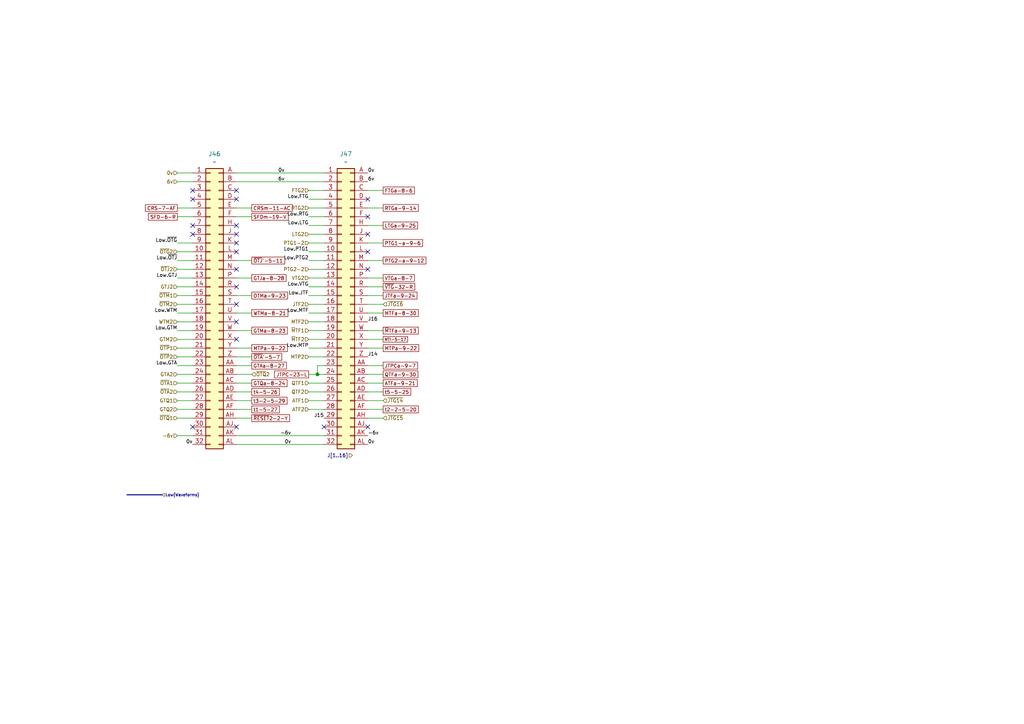
<source format=kicad_sch>
(kicad_sch (version 20211123) (generator eeschema)

  (uuid 1e891a21-cfb6-4406-92d8-b93ef32e2d83)

  (paper "A4")

  (lib_symbols
    (symbol "LSA:Conn_02x32" (pin_names (offset 1.016) hide) (in_bom yes) (on_board yes)
      (property "Reference" "J" (id 0) (at 1.27 40.64 0)
        (effects (font (size 1.27 1.27)))
      )
      (property "Value" "Conn_02x32" (id 1) (at 1.27 -43.18 0)
        (effects (font (size 1.27 1.27)))
      )
      (property "Footprint" "" (id 2) (at 0 0 0)
        (effects (font (size 1.27 1.27)) hide)
      )
      (property "Datasheet" "" (id 3) (at 0 0 0)
        (effects (font (size 1.27 1.27)) hide)
      )
      (property "ki_fp_filters" "Connector*:*_2x??_*" (id 4) (at 0 0 0)
        (effects (font (size 1.27 1.27)) hide)
      )
      (symbol "Conn_02x32_1_1"
        (rectangle (start -1.27 -40.513) (end 0 -40.767)
          (stroke (width 0.1524) (type default) (color 0 0 0 0))
          (fill (type none))
        )
        (rectangle (start -1.27 -37.973) (end 0 -38.227)
          (stroke (width 0.1524) (type default) (color 0 0 0 0))
          (fill (type none))
        )
        (rectangle (start -1.27 -35.433) (end 0 -35.687)
          (stroke (width 0.1524) (type default) (color 0 0 0 0))
          (fill (type none))
        )
        (rectangle (start -1.27 -32.893) (end 0 -33.147)
          (stroke (width 0.1524) (type default) (color 0 0 0 0))
          (fill (type none))
        )
        (rectangle (start -1.27 -30.353) (end 0 -30.607)
          (stroke (width 0.1524) (type default) (color 0 0 0 0))
          (fill (type none))
        )
        (rectangle (start -1.27 -27.813) (end 0 -28.067)
          (stroke (width 0.1524) (type default) (color 0 0 0 0))
          (fill (type none))
        )
        (rectangle (start -1.27 -25.273) (end 0 -25.527)
          (stroke (width 0.1524) (type default) (color 0 0 0 0))
          (fill (type none))
        )
        (rectangle (start -1.27 -22.733) (end 0 -22.987)
          (stroke (width 0.1524) (type default) (color 0 0 0 0))
          (fill (type none))
        )
        (rectangle (start -1.27 -20.193) (end 0 -20.447)
          (stroke (width 0.1524) (type default) (color 0 0 0 0))
          (fill (type none))
        )
        (rectangle (start -1.27 -17.653) (end 0 -17.907)
          (stroke (width 0.1524) (type default) (color 0 0 0 0))
          (fill (type none))
        )
        (rectangle (start -1.27 -15.113) (end 0 -15.367)
          (stroke (width 0.1524) (type default) (color 0 0 0 0))
          (fill (type none))
        )
        (rectangle (start -1.27 -12.573) (end 0 -12.827)
          (stroke (width 0.1524) (type default) (color 0 0 0 0))
          (fill (type none))
        )
        (rectangle (start -1.27 -10.033) (end 0 -10.287)
          (stroke (width 0.1524) (type default) (color 0 0 0 0))
          (fill (type none))
        )
        (rectangle (start -1.27 -7.493) (end 0 -7.747)
          (stroke (width 0.1524) (type default) (color 0 0 0 0))
          (fill (type none))
        )
        (rectangle (start -1.27 -4.953) (end 0 -5.207)
          (stroke (width 0.1524) (type default) (color 0 0 0 0))
          (fill (type none))
        )
        (rectangle (start -1.27 -2.413) (end 0 -2.667)
          (stroke (width 0.1524) (type default) (color 0 0 0 0))
          (fill (type none))
        )
        (rectangle (start -1.27 0.127) (end 0 -0.127)
          (stroke (width 0.1524) (type default) (color 0 0 0 0))
          (fill (type none))
        )
        (rectangle (start -1.27 2.667) (end 0 2.413)
          (stroke (width 0.1524) (type default) (color 0 0 0 0))
          (fill (type none))
        )
        (rectangle (start -1.27 5.207) (end 0 4.953)
          (stroke (width 0.1524) (type default) (color 0 0 0 0))
          (fill (type none))
        )
        (rectangle (start -1.27 7.747) (end 0 7.493)
          (stroke (width 0.1524) (type default) (color 0 0 0 0))
          (fill (type none))
        )
        (rectangle (start -1.27 10.287) (end 0 10.033)
          (stroke (width 0.1524) (type default) (color 0 0 0 0))
          (fill (type none))
        )
        (rectangle (start -1.27 12.827) (end 0 12.573)
          (stroke (width 0.1524) (type default) (color 0 0 0 0))
          (fill (type none))
        )
        (rectangle (start -1.27 15.367) (end 0 15.113)
          (stroke (width 0.1524) (type default) (color 0 0 0 0))
          (fill (type none))
        )
        (rectangle (start -1.27 17.907) (end 0 17.653)
          (stroke (width 0.1524) (type default) (color 0 0 0 0))
          (fill (type none))
        )
        (rectangle (start -1.27 20.447) (end 0 20.193)
          (stroke (width 0.1524) (type default) (color 0 0 0 0))
          (fill (type none))
        )
        (rectangle (start -1.27 22.987) (end 0 22.733)
          (stroke (width 0.1524) (type default) (color 0 0 0 0))
          (fill (type none))
        )
        (rectangle (start -1.27 25.527) (end 0 25.273)
          (stroke (width 0.1524) (type default) (color 0 0 0 0))
          (fill (type none))
        )
        (rectangle (start -1.27 28.067) (end 0 27.813)
          (stroke (width 0.1524) (type default) (color 0 0 0 0))
          (fill (type none))
        )
        (rectangle (start -1.27 30.607) (end 0 30.353)
          (stroke (width 0.1524) (type default) (color 0 0 0 0))
          (fill (type none))
        )
        (rectangle (start -1.27 33.147) (end 0 32.893)
          (stroke (width 0.1524) (type default) (color 0 0 0 0))
          (fill (type none))
        )
        (rectangle (start -1.27 35.687) (end 0 35.433)
          (stroke (width 0.1524) (type default) (color 0 0 0 0))
          (fill (type none))
        )
        (rectangle (start -1.27 38.227) (end 0 37.973)
          (stroke (width 0.1524) (type default) (color 0 0 0 0))
          (fill (type none))
        )
        (rectangle (start -1.27 39.37) (end 3.81 -41.91)
          (stroke (width 0.254) (type default) (color 0 0 0 0))
          (fill (type background))
        )
        (rectangle (start 3.81 -40.513) (end 2.54 -40.767)
          (stroke (width 0.1524) (type default) (color 0 0 0 0))
          (fill (type none))
        )
        (rectangle (start 3.81 -37.973) (end 2.54 -38.227)
          (stroke (width 0.1524) (type default) (color 0 0 0 0))
          (fill (type none))
        )
        (rectangle (start 3.81 -35.433) (end 2.54 -35.687)
          (stroke (width 0.1524) (type default) (color 0 0 0 0))
          (fill (type none))
        )
        (rectangle (start 3.81 -32.893) (end 2.54 -33.147)
          (stroke (width 0.1524) (type default) (color 0 0 0 0))
          (fill (type none))
        )
        (rectangle (start 3.81 -30.353) (end 2.54 -30.607)
          (stroke (width 0.1524) (type default) (color 0 0 0 0))
          (fill (type none))
        )
        (rectangle (start 3.81 -27.813) (end 2.54 -28.067)
          (stroke (width 0.1524) (type default) (color 0 0 0 0))
          (fill (type none))
        )
        (rectangle (start 3.81 -25.273) (end 2.54 -25.527)
          (stroke (width 0.1524) (type default) (color 0 0 0 0))
          (fill (type none))
        )
        (rectangle (start 3.81 -22.733) (end 2.54 -22.987)
          (stroke (width 0.1524) (type default) (color 0 0 0 0))
          (fill (type none))
        )
        (rectangle (start 3.81 -20.193) (end 2.54 -20.447)
          (stroke (width 0.1524) (type default) (color 0 0 0 0))
          (fill (type none))
        )
        (rectangle (start 3.81 -17.653) (end 2.54 -17.907)
          (stroke (width 0.1524) (type default) (color 0 0 0 0))
          (fill (type none))
        )
        (rectangle (start 3.81 -15.113) (end 2.54 -15.367)
          (stroke (width 0.1524) (type default) (color 0 0 0 0))
          (fill (type none))
        )
        (rectangle (start 3.81 -12.573) (end 2.54 -12.827)
          (stroke (width 0.1524) (type default) (color 0 0 0 0))
          (fill (type none))
        )
        (rectangle (start 3.81 -10.033) (end 2.54 -10.287)
          (stroke (width 0.1524) (type default) (color 0 0 0 0))
          (fill (type none))
        )
        (rectangle (start 3.81 -7.493) (end 2.54 -7.747)
          (stroke (width 0.1524) (type default) (color 0 0 0 0))
          (fill (type none))
        )
        (rectangle (start 3.81 -4.953) (end 2.54 -5.207)
          (stroke (width 0.1524) (type default) (color 0 0 0 0))
          (fill (type none))
        )
        (rectangle (start 3.81 -2.413) (end 2.54 -2.667)
          (stroke (width 0.1524) (type default) (color 0 0 0 0))
          (fill (type none))
        )
        (rectangle (start 3.81 0.127) (end 2.54 -0.127)
          (stroke (width 0.1524) (type default) (color 0 0 0 0))
          (fill (type none))
        )
        (rectangle (start 3.81 2.667) (end 2.54 2.413)
          (stroke (width 0.1524) (type default) (color 0 0 0 0))
          (fill (type none))
        )
        (rectangle (start 3.81 5.207) (end 2.54 4.953)
          (stroke (width 0.1524) (type default) (color 0 0 0 0))
          (fill (type none))
        )
        (rectangle (start 3.81 7.747) (end 2.54 7.493)
          (stroke (width 0.1524) (type default) (color 0 0 0 0))
          (fill (type none))
        )
        (rectangle (start 3.81 10.287) (end 2.54 10.033)
          (stroke (width 0.1524) (type default) (color 0 0 0 0))
          (fill (type none))
        )
        (rectangle (start 3.81 12.827) (end 2.54 12.573)
          (stroke (width 0.1524) (type default) (color 0 0 0 0))
          (fill (type none))
        )
        (rectangle (start 3.81 15.367) (end 2.54 15.113)
          (stroke (width 0.1524) (type default) (color 0 0 0 0))
          (fill (type none))
        )
        (rectangle (start 3.81 17.907) (end 2.54 17.653)
          (stroke (width 0.1524) (type default) (color 0 0 0 0))
          (fill (type none))
        )
        (rectangle (start 3.81 20.447) (end 2.54 20.193)
          (stroke (width 0.1524) (type default) (color 0 0 0 0))
          (fill (type none))
        )
        (rectangle (start 3.81 22.987) (end 2.54 22.733)
          (stroke (width 0.1524) (type default) (color 0 0 0 0))
          (fill (type none))
        )
        (rectangle (start 3.81 25.527) (end 2.54 25.273)
          (stroke (width 0.1524) (type default) (color 0 0 0 0))
          (fill (type none))
        )
        (rectangle (start 3.81 28.067) (end 2.54 27.813)
          (stroke (width 0.1524) (type default) (color 0 0 0 0))
          (fill (type none))
        )
        (rectangle (start 3.81 30.607) (end 2.54 30.353)
          (stroke (width 0.1524) (type default) (color 0 0 0 0))
          (fill (type none))
        )
        (rectangle (start 3.81 33.147) (end 2.54 32.893)
          (stroke (width 0.1524) (type default) (color 0 0 0 0))
          (fill (type none))
        )
        (rectangle (start 3.81 35.687) (end 2.54 35.433)
          (stroke (width 0.1524) (type default) (color 0 0 0 0))
          (fill (type none))
        )
        (rectangle (start 3.81 38.227) (end 2.54 37.973)
          (stroke (width 0.1524) (type default) (color 0 0 0 0))
          (fill (type none))
        )
        (pin passive line (at -5.08 38.1 0) (length 3.81)
          (name "Pin_1" (effects (font (size 1.27 1.27))))
          (number "1" (effects (font (size 1.27 1.27))))
        )
        (pin passive line (at -5.08 15.24 0) (length 3.81)
          (name "Pin_10" (effects (font (size 1.27 1.27))))
          (number "10" (effects (font (size 1.27 1.27))))
        )
        (pin passive line (at -5.08 12.7 0) (length 3.81)
          (name "Pin_11" (effects (font (size 1.27 1.27))))
          (number "11" (effects (font (size 1.27 1.27))))
        )
        (pin passive line (at -5.08 10.16 0) (length 3.81)
          (name "Pin_12" (effects (font (size 1.27 1.27))))
          (number "12" (effects (font (size 1.27 1.27))))
        )
        (pin passive line (at -5.08 7.62 0) (length 3.81)
          (name "Pin_13" (effects (font (size 1.27 1.27))))
          (number "13" (effects (font (size 1.27 1.27))))
        )
        (pin passive line (at -5.08 5.08 0) (length 3.81)
          (name "Pin_14" (effects (font (size 1.27 1.27))))
          (number "14" (effects (font (size 1.27 1.27))))
        )
        (pin passive line (at -5.08 2.54 0) (length 3.81)
          (name "Pin_15" (effects (font (size 1.27 1.27))))
          (number "15" (effects (font (size 1.27 1.27))))
        )
        (pin passive line (at -5.08 0 0) (length 3.81)
          (name "Pin_16" (effects (font (size 1.27 1.27))))
          (number "16" (effects (font (size 1.27 1.27))))
        )
        (pin passive line (at -5.08 -2.54 0) (length 3.81)
          (name "Pin_17" (effects (font (size 1.27 1.27))))
          (number "17" (effects (font (size 1.27 1.27))))
        )
        (pin passive line (at -5.08 -5.08 0) (length 3.81)
          (name "Pin_18" (effects (font (size 1.27 1.27))))
          (number "18" (effects (font (size 1.27 1.27))))
        )
        (pin passive line (at -5.08 -7.62 0) (length 3.81)
          (name "Pin_19" (effects (font (size 1.27 1.27))))
          (number "19" (effects (font (size 1.27 1.27))))
        )
        (pin passive line (at -5.08 35.56 0) (length 3.81)
          (name "Pin_2" (effects (font (size 1.27 1.27))))
          (number "2" (effects (font (size 1.27 1.27))))
        )
        (pin passive line (at -5.08 -10.16 0) (length 3.81)
          (name "Pin_20" (effects (font (size 1.27 1.27))))
          (number "20" (effects (font (size 1.27 1.27))))
        )
        (pin passive line (at -5.08 -12.7 0) (length 3.81)
          (name "Pin_21" (effects (font (size 1.27 1.27))))
          (number "21" (effects (font (size 1.27 1.27))))
        )
        (pin passive line (at -5.08 -15.24 0) (length 3.81)
          (name "Pin_22" (effects (font (size 1.27 1.27))))
          (number "22" (effects (font (size 1.27 1.27))))
        )
        (pin passive line (at -5.08 -17.78 0) (length 3.81)
          (name "Pin_23" (effects (font (size 1.27 1.27))))
          (number "23" (effects (font (size 1.27 1.27))))
        )
        (pin passive line (at -5.08 -20.32 0) (length 3.81)
          (name "Pin_24" (effects (font (size 1.27 1.27))))
          (number "24" (effects (font (size 1.27 1.27))))
        )
        (pin passive line (at -5.08 -22.86 0) (length 3.81)
          (name "Pin_25" (effects (font (size 1.27 1.27))))
          (number "25" (effects (font (size 1.27 1.27))))
        )
        (pin passive line (at -5.08 -25.4 0) (length 3.81)
          (name "Pin_26" (effects (font (size 1.27 1.27))))
          (number "26" (effects (font (size 1.27 1.27))))
        )
        (pin passive line (at -5.08 -27.94 0) (length 3.81)
          (name "Pin_27" (effects (font (size 1.27 1.27))))
          (number "27" (effects (font (size 1.27 1.27))))
        )
        (pin passive line (at -5.08 -30.48 0) (length 3.81)
          (name "Pin_28" (effects (font (size 1.27 1.27))))
          (number "28" (effects (font (size 1.27 1.27))))
        )
        (pin passive line (at -5.08 -33.02 0) (length 3.81)
          (name "Pin_29" (effects (font (size 1.27 1.27))))
          (number "29" (effects (font (size 1.27 1.27))))
        )
        (pin passive line (at -5.08 33.02 0) (length 3.81)
          (name "Pin_3" (effects (font (size 1.27 1.27))))
          (number "3" (effects (font (size 1.27 1.27))))
        )
        (pin passive line (at -5.08 -35.56 0) (length 3.81)
          (name "Pin_30" (effects (font (size 1.27 1.27))))
          (number "30" (effects (font (size 1.27 1.27))))
        )
        (pin passive line (at -5.08 -38.1 0) (length 3.81)
          (name "Pin_31" (effects (font (size 1.27 1.27))))
          (number "31" (effects (font (size 1.27 1.27))))
        )
        (pin passive line (at -5.08 -40.64 0) (length 3.81)
          (name "Pin_32" (effects (font (size 1.27 1.27))))
          (number "32" (effects (font (size 1.27 1.27))))
        )
        (pin passive line (at -5.08 30.48 0) (length 3.81)
          (name "Pin_4" (effects (font (size 1.27 1.27))))
          (number "4" (effects (font (size 1.27 1.27))))
        )
        (pin passive line (at -5.08 27.94 0) (length 3.81)
          (name "Pin_5" (effects (font (size 1.27 1.27))))
          (number "5" (effects (font (size 1.27 1.27))))
        )
        (pin passive line (at -5.08 25.4 0) (length 3.81)
          (name "Pin_6" (effects (font (size 1.27 1.27))))
          (number "6" (effects (font (size 1.27 1.27))))
        )
        (pin passive line (at -5.08 22.86 0) (length 3.81)
          (name "Pin_7" (effects (font (size 1.27 1.27))))
          (number "7" (effects (font (size 1.27 1.27))))
        )
        (pin passive line (at -5.08 20.32 0) (length 3.81)
          (name "Pin_8" (effects (font (size 1.27 1.27))))
          (number "8" (effects (font (size 1.27 1.27))))
        )
        (pin passive line (at -5.08 17.78 0) (length 3.81)
          (name "Pin_9" (effects (font (size 1.27 1.27))))
          (number "9" (effects (font (size 1.27 1.27))))
        )
        (pin passive line (at 7.62 38.1 180) (length 3.81)
          (name "Pin_A" (effects (font (size 1.27 1.27))))
          (number "A" (effects (font (size 1.27 1.27))))
        )
        (pin passive line (at 7.62 -17.78 180) (length 3.81)
          (name "Pin_AA" (effects (font (size 1.27 1.27))))
          (number "AA" (effects (font (size 1.27 1.27))))
        )
        (pin passive line (at 7.62 -20.32 180) (length 3.81)
          (name "Pin_AB" (effects (font (size 1.27 1.27))))
          (number "AB" (effects (font (size 1.27 1.27))))
        )
        (pin passive line (at 7.62 -22.86 180) (length 3.81)
          (name "Pin_AC" (effects (font (size 1.27 1.27))))
          (number "AC" (effects (font (size 1.27 1.27))))
        )
        (pin passive line (at 7.62 -25.4 180) (length 3.81)
          (name "Pin_AD" (effects (font (size 1.27 1.27))))
          (number "AD" (effects (font (size 1.27 1.27))))
        )
        (pin passive line (at 7.62 -27.94 180) (length 3.81)
          (name "Pin_AE" (effects (font (size 1.27 1.27))))
          (number "AE" (effects (font (size 1.27 1.27))))
        )
        (pin passive line (at 7.62 -30.48 180) (length 3.81)
          (name "Pin_AF" (effects (font (size 1.27 1.27))))
          (number "AF" (effects (font (size 1.27 1.27))))
        )
        (pin passive line (at 7.62 -33.02 180) (length 3.81)
          (name "Pin_AH" (effects (font (size 1.27 1.27))))
          (number "AH" (effects (font (size 1.27 1.27))))
        )
        (pin passive line (at 7.62 -35.56 180) (length 3.81)
          (name "Pin_AJ" (effects (font (size 1.27 1.27))))
          (number "AJ" (effects (font (size 1.27 1.27))))
        )
        (pin passive line (at 7.62 -38.1 180) (length 3.81)
          (name "Pin_AK" (effects (font (size 1.27 1.27))))
          (number "AK" (effects (font (size 1.27 1.27))))
        )
        (pin passive line (at 7.62 -40.64 180) (length 3.81)
          (name "Pin_AL" (effects (font (size 1.27 1.27))))
          (number "AL" (effects (font (size 1.27 1.27))))
        )
        (pin passive line (at 7.62 35.56 180) (length 3.81)
          (name "Pin_B" (effects (font (size 1.27 1.27))))
          (number "B" (effects (font (size 1.27 1.27))))
        )
        (pin passive line (at 7.62 33.02 180) (length 3.81)
          (name "Pin_C" (effects (font (size 1.27 1.27))))
          (number "C" (effects (font (size 1.27 1.27))))
        )
        (pin passive line (at 7.62 30.48 180) (length 3.81)
          (name "Pin_D" (effects (font (size 1.27 1.27))))
          (number "D" (effects (font (size 1.27 1.27))))
        )
        (pin passive line (at 7.62 27.94 180) (length 3.81)
          (name "Pin_E" (effects (font (size 1.27 1.27))))
          (number "E" (effects (font (size 1.27 1.27))))
        )
        (pin passive line (at 7.62 25.4 180) (length 3.81)
          (name "Pin_F" (effects (font (size 1.27 1.27))))
          (number "F" (effects (font (size 1.27 1.27))))
        )
        (pin passive line (at 7.62 22.86 180) (length 3.81)
          (name "Pin_H" (effects (font (size 1.27 1.27))))
          (number "H" (effects (font (size 1.27 1.27))))
        )
        (pin passive line (at 7.62 20.32 180) (length 3.81)
          (name "Pin_J" (effects (font (size 1.27 1.27))))
          (number "J" (effects (font (size 1.27 1.27))))
        )
        (pin passive line (at 7.62 17.78 180) (length 3.81)
          (name "Pin_K" (effects (font (size 1.27 1.27))))
          (number "K" (effects (font (size 1.27 1.27))))
        )
        (pin passive line (at 7.62 15.24 180) (length 3.81)
          (name "Pin_L" (effects (font (size 1.27 1.27))))
          (number "L" (effects (font (size 1.27 1.27))))
        )
        (pin passive line (at 7.62 12.7 180) (length 3.81)
          (name "Pin_M" (effects (font (size 1.27 1.27))))
          (number "M" (effects (font (size 1.27 1.27))))
        )
        (pin passive line (at 7.62 10.16 180) (length 3.81)
          (name "Pin_N" (effects (font (size 1.27 1.27))))
          (number "N" (effects (font (size 1.27 1.27))))
        )
        (pin passive line (at 7.62 7.62 180) (length 3.81)
          (name "Pin_P" (effects (font (size 1.27 1.27))))
          (number "P" (effects (font (size 1.27 1.27))))
        )
        (pin passive line (at 7.62 5.08 180) (length 3.81)
          (name "Pin_R" (effects (font (size 1.27 1.27))))
          (number "R" (effects (font (size 1.27 1.27))))
        )
        (pin passive line (at 7.62 2.54 180) (length 3.81)
          (name "Pin_S" (effects (font (size 1.27 1.27))))
          (number "S" (effects (font (size 1.27 1.27))))
        )
        (pin passive line (at 7.62 0 180) (length 3.81)
          (name "Pin_T" (effects (font (size 1.27 1.27))))
          (number "T" (effects (font (size 1.27 1.27))))
        )
        (pin passive line (at 7.62 -2.54 180) (length 3.81)
          (name "Pin_U" (effects (font (size 1.27 1.27))))
          (number "U" (effects (font (size 1.27 1.27))))
        )
        (pin passive line (at 7.62 -5.08 180) (length 3.81)
          (name "Pin_V" (effects (font (size 1.27 1.27))))
          (number "V" (effects (font (size 1.27 1.27))))
        )
        (pin passive line (at 7.62 -7.62 180) (length 3.81)
          (name "Pin_W" (effects (font (size 1.27 1.27))))
          (number "W" (effects (font (size 1.27 1.27))))
        )
        (pin passive line (at 7.62 -10.16 180) (length 3.81)
          (name "Pin_X" (effects (font (size 1.27 1.27))))
          (number "X" (effects (font (size 1.27 1.27))))
        )
        (pin passive line (at 7.62 -12.7 180) (length 3.81)
          (name "Pin_Y" (effects (font (size 1.27 1.27))))
          (number "Y" (effects (font (size 1.27 1.27))))
        )
        (pin passive line (at 7.62 -15.24 180) (length 3.81)
          (name "Pin_Z" (effects (font (size 1.27 1.27))))
          (number "Z" (effects (font (size 1.27 1.27))))
        )
      )
    )
  )


  (junction (at 92.075 108.585) (diameter 0) (color 0 0 0 0)
    (uuid 8c413b35-c3d0-4c77-97aa-343a26ca47b6)
  )

  (no_connect (at 55.88 123.825) (uuid 0d42f3d4-022c-49d6-a416-79010055805c))
  (no_connect (at 106.68 123.825) (uuid 0fe9aa24-7db0-4ad1-a12a-8e63b82f62a2))
  (no_connect (at 106.68 62.865) (uuid 12beb8c0-8168-4246-9940-f82b06543638))
  (no_connect (at 68.58 57.785) (uuid 1386a4dc-0e33-4181-a889-1cadbef2805b))
  (no_connect (at 106.68 78.105) (uuid 187cd5a5-9512-4515-8c2a-833a5b43b005))
  (no_connect (at 68.58 78.105) (uuid 1ac77d35-0536-4b56-be79-b30825937076))
  (no_connect (at 106.68 67.945) (uuid 1ba60f0d-4856-4ca3-ae5a-d6b81f655482))
  (no_connect (at 68.58 65.405) (uuid 1e33172d-457b-4eb8-a87a-4bc0d1ef65af))
  (no_connect (at 106.68 57.785) (uuid 2500e0d2-9cd4-4886-b8a1-61fd0193a762))
  (no_connect (at 68.58 55.245) (uuid 3ddeedaa-6e48-4b28-8ff3-8c8f2b64263b))
  (no_connect (at 68.58 73.025) (uuid 51f5ae37-9760-4f7c-9396-37865f354e9d))
  (no_connect (at 68.58 98.425) (uuid 51fbc0d8-69ab-4a87-8aab-d2f27ceb779b))
  (no_connect (at 55.88 57.785) (uuid 58c8a9e2-2131-4d09-a1e5-a71abe1b443c))
  (no_connect (at 68.58 67.945) (uuid 62553ea6-98fd-4af1-9765-2a297a9215d5))
  (no_connect (at 55.88 65.405) (uuid 64c5b921-e052-4f11-b089-b6072f5f04f3))
  (no_connect (at 55.88 55.245) (uuid 68b56127-1cf3-4439-954b-b812cbfe1989))
  (no_connect (at 93.98 123.825) (uuid 690bd49e-9e82-4cdc-a6cf-3e8e31ab0ad4))
  (no_connect (at 68.58 93.345) (uuid 6f22bae7-66c2-4298-9c38-d2b46ce1e6fc))
  (no_connect (at 68.58 88.265) (uuid 9a898909-5cdc-4575-924b-f8514eccc096))
  (no_connect (at 55.88 67.945) (uuid a02e40eb-884c-4498-92ca-50a39600f62f))
  (no_connect (at 68.58 123.825) (uuid a53e002d-630f-4498-baa1-3031e533e16d))
  (no_connect (at 106.68 73.025) (uuid ba95e5b0-dcfe-4586-8ccf-f54d3c8b5a08))
  (no_connect (at 68.58 83.185) (uuid c5b98393-54dc-42ac-8cea-72894735964a))
  (no_connect (at 68.58 70.485) (uuid e94db74f-b159-4d46-93ad-98a9300b82b0))

  (wire (pts (xy 92.075 108.585) (xy 89.535 108.585))
    (stroke (width 0) (type default) (color 0 0 0 0))
    (uuid 02ccc927-c008-4ffd-9b30-43109dfa0fe7)
  )
  (wire (pts (xy 111.125 85.725) (xy 106.68 85.725))
    (stroke (width 0) (type default) (color 0 0 0 0))
    (uuid 04143e60-ac06-4363-bc57-8e4b63752fba)
  )
  (wire (pts (xy 111.125 113.665) (xy 106.68 113.665))
    (stroke (width 0) (type default) (color 0 0 0 0))
    (uuid 0797825e-cad1-458e-9d03-46fcb39f90a5)
  )
  (wire (pts (xy 55.88 90.805) (xy 51.435 90.805))
    (stroke (width 0) (type default) (color 0 0 0 0))
    (uuid 07bd7fae-f4db-42c1-96e4-78435971182b)
  )
  (wire (pts (xy 51.435 88.265) (xy 55.88 88.265))
    (stroke (width 0) (type default) (color 0 0 0 0))
    (uuid 0c60c6f5-53ae-4950-a12c-93d00c3565d1)
  )
  (wire (pts (xy 68.58 95.885) (xy 73.025 95.885))
    (stroke (width 0) (type default) (color 0 0 0 0))
    (uuid 164731d3-c26e-4702-8714-ad04436ac9d1)
  )
  (wire (pts (xy 111.125 98.425) (xy 106.68 98.425))
    (stroke (width 0) (type default) (color 0 0 0 0))
    (uuid 1674bec9-51de-4cfc-b8f3-56dd5927fdf5)
  )
  (wire (pts (xy 89.535 85.725) (xy 93.98 85.725))
    (stroke (width 0) (type default) (color 0 0 0 0))
    (uuid 1b68790c-0161-4f02-8407-f2c486a86cb4)
  )
  (wire (pts (xy 106.68 106.045) (xy 111.125 106.045))
    (stroke (width 0) (type default) (color 0 0 0 0))
    (uuid 1e1eb8e0-71df-4f8b-b05a-0b5aa69d9139)
  )
  (wire (pts (xy 111.125 108.585) (xy 106.68 108.585))
    (stroke (width 0) (type default) (color 0 0 0 0))
    (uuid 1ec04a46-0944-4e2f-aa12-3b7f3177f14c)
  )
  (wire (pts (xy 93.98 116.205) (xy 89.535 116.205))
    (stroke (width 0) (type default) (color 0 0 0 0))
    (uuid 2168839b-cbc5-4ae2-857f-315ee241127d)
  )
  (wire (pts (xy 92.075 106.045) (xy 92.075 108.585))
    (stroke (width 0) (type default) (color 0 0 0 0))
    (uuid 2290f1a9-8659-4b14-96f8-456b0153ad49)
  )
  (wire (pts (xy 68.58 121.285) (xy 73.025 121.285))
    (stroke (width 0) (type default) (color 0 0 0 0))
    (uuid 2363df85-bb25-4585-b0a5-a0d1bd82aad0)
  )
  (wire (pts (xy 73.025 62.865) (xy 68.58 62.865))
    (stroke (width 0) (type default) (color 0 0 0 0))
    (uuid 27f56d9c-c40a-4b27-850d-739cefeb23ca)
  )
  (wire (pts (xy 68.58 75.565) (xy 73.025 75.565))
    (stroke (width 0) (type default) (color 0 0 0 0))
    (uuid 2907aca5-cd98-4b3e-b0fe-b35b0efc819e)
  )
  (wire (pts (xy 106.68 95.885) (xy 111.125 95.885))
    (stroke (width 0) (type default) (color 0 0 0 0))
    (uuid 29c16b14-cf89-40e7-89ca-349004594d27)
  )
  (wire (pts (xy 51.435 93.345) (xy 55.88 93.345))
    (stroke (width 0) (type default) (color 0 0 0 0))
    (uuid 2c6179f7-739e-43b7-a674-186dcc847dca)
  )
  (wire (pts (xy 55.88 85.725) (xy 51.435 85.725))
    (stroke (width 0) (type default) (color 0 0 0 0))
    (uuid 2d0397c8-a42a-4a9e-a7ae-a8c6e5751a2c)
  )
  (wire (pts (xy 68.58 50.165) (xy 93.98 50.165))
    (stroke (width 0) (type default) (color 0 0 0 0))
    (uuid 2e3312a7-a38e-414a-a71b-dc27cb133fad)
  )
  (wire (pts (xy 111.125 88.265) (xy 106.68 88.265))
    (stroke (width 0) (type default) (color 0 0 0 0))
    (uuid 2eb48581-169b-4dae-b824-863f407ea621)
  )
  (wire (pts (xy 89.535 90.805) (xy 93.98 90.805))
    (stroke (width 0) (type default) (color 0 0 0 0))
    (uuid 36ac41ac-da72-4972-b9aa-a33981d3937f)
  )
  (wire (pts (xy 73.025 118.745) (xy 68.58 118.745))
    (stroke (width 0) (type default) (color 0 0 0 0))
    (uuid 387964a0-fcc6-4c35-8974-f564717f38c0)
  )
  (wire (pts (xy 51.435 113.665) (xy 55.88 113.665))
    (stroke (width 0) (type default) (color 0 0 0 0))
    (uuid 3b096577-6593-4ffc-bd8a-ba15c81c34b2)
  )
  (wire (pts (xy 93.98 106.045) (xy 92.075 106.045))
    (stroke (width 0) (type default) (color 0 0 0 0))
    (uuid 3c9299fe-db37-4d1a-a537-d92ad34faa9e)
  )
  (wire (pts (xy 55.88 50.165) (xy 51.435 50.165))
    (stroke (width 0) (type default) (color 0 0 0 0))
    (uuid 3d232356-d50e-4fd6-843a-82c7767607e3)
  )
  (wire (pts (xy 68.58 126.365) (xy 93.98 126.365))
    (stroke (width 0) (type default) (color 0 0 0 0))
    (uuid 43a61843-466d-4270-9130-7b140a7f3702)
  )
  (wire (pts (xy 51.435 98.425) (xy 55.88 98.425))
    (stroke (width 0) (type default) (color 0 0 0 0))
    (uuid 4554fdf7-71b5-4976-8f5e-312a619297c5)
  )
  (wire (pts (xy 93.98 57.785) (xy 89.535 57.785))
    (stroke (width 0) (type default) (color 0 0 0 0))
    (uuid 4584fce1-43d7-47fd-9f54-a50835cc6232)
  )
  (wire (pts (xy 68.58 111.125) (xy 73.025 111.125))
    (stroke (width 0) (type default) (color 0 0 0 0))
    (uuid 46c38208-b821-4a81-a29b-812dbe915634)
  )
  (wire (pts (xy 55.88 100.965) (xy 51.435 100.965))
    (stroke (width 0) (type default) (color 0 0 0 0))
    (uuid 47db5b9f-6f82-4ea9-b73f-7de951925296)
  )
  (wire (pts (xy 68.58 52.705) (xy 93.98 52.705))
    (stroke (width 0) (type default) (color 0 0 0 0))
    (uuid 48e2ea93-9218-4a3e-9976-643f029a163c)
  )
  (wire (pts (xy 51.435 78.105) (xy 55.88 78.105))
    (stroke (width 0) (type default) (color 0 0 0 0))
    (uuid 4924b900-fdeb-4d97-be48-862a10937fba)
  )
  (wire (pts (xy 51.435 126.365) (xy 55.88 126.365))
    (stroke (width 0) (type default) (color 0 0 0 0))
    (uuid 4c09d961-a087-4b32-bcd4-e314d7350f67)
  )
  (wire (pts (xy 55.88 106.045) (xy 51.435 106.045))
    (stroke (width 0) (type default) (color 0 0 0 0))
    (uuid 4f28196e-e2f7-4d2f-89bb-3aee0037de42)
  )
  (wire (pts (xy 55.88 116.205) (xy 51.435 116.205))
    (stroke (width 0) (type default) (color 0 0 0 0))
    (uuid 52fe3e50-6967-43a6-bf5f-403ace5a1d23)
  )
  (wire (pts (xy 111.125 90.805) (xy 106.68 90.805))
    (stroke (width 0) (type default) (color 0 0 0 0))
    (uuid 55520e34-3603-487c-8ee8-da6e8759cbb2)
  )
  (wire (pts (xy 51.435 60.325) (xy 55.88 60.325))
    (stroke (width 0) (type default) (color 0 0 0 0))
    (uuid 571f1d0d-9494-4a45-b371-fc36fe5de2e8)
  )
  (wire (pts (xy 55.88 62.865) (xy 51.435 62.865))
    (stroke (width 0) (type default) (color 0 0 0 0))
    (uuid 58026f5a-6877-45fd-84f6-2cb94cf33f61)
  )
  (wire (pts (xy 106.68 80.645) (xy 111.125 80.645))
    (stroke (width 0) (type default) (color 0 0 0 0))
    (uuid 5846611b-a70a-4963-ae72-18dc38a80588)
  )
  (wire (pts (xy 93.98 108.585) (xy 92.075 108.585))
    (stroke (width 0) (type default) (color 0 0 0 0))
    (uuid 5db17126-e5ee-4d16-93d0-e765a908e93f)
  )
  (wire (pts (xy 68.58 128.905) (xy 93.98 128.905))
    (stroke (width 0) (type default) (color 0 0 0 0))
    (uuid 5e56c923-bf1c-4646-b338-a4e37e086202)
  )
  (wire (pts (xy 106.68 118.745) (xy 111.125 118.745))
    (stroke (width 0) (type default) (color 0 0 0 0))
    (uuid 62b4318d-598e-4b53-9945-547981fa4943)
  )
  (wire (pts (xy 106.68 111.125) (xy 111.125 111.125))
    (stroke (width 0) (type default) (color 0 0 0 0))
    (uuid 69b862b9-db2f-4e9e-a2e3-1cc402606472)
  )
  (wire (pts (xy 68.58 116.205) (xy 73.025 116.205))
    (stroke (width 0) (type default) (color 0 0 0 0))
    (uuid 6bcf2cb3-ec3a-4367-ba4a-2af3edeec08a)
  )
  (wire (pts (xy 111.125 70.485) (xy 106.68 70.485))
    (stroke (width 0) (type default) (color 0 0 0 0))
    (uuid 6cb37692-0da4-40ee-a06c-aaafe51f6f65)
  )
  (wire (pts (xy 51.435 83.185) (xy 55.88 83.185))
    (stroke (width 0) (type default) (color 0 0 0 0))
    (uuid 6cbf2b60-b6a2-4ca6-86bd-151ba8141a56)
  )
  (bus (pts (xy 36.83 143.51) (xy 46.99 143.51))
    (stroke (width 0) (type default) (color 0 0 0 0))
    (uuid 6da82e0f-7502-41be-aba3-1657a9fd64de)
  )

  (wire (pts (xy 55.88 73.025) (xy 51.435 73.025))
    (stroke (width 0) (type default) (color 0 0 0 0))
    (uuid 6ebc09b6-48cc-43cd-9a7a-85dc44e52fc3)
  )
  (wire (pts (xy 111.125 60.325) (xy 106.68 60.325))
    (stroke (width 0) (type default) (color 0 0 0 0))
    (uuid 7623cc3f-6218-4025-9446-98ff5853f4df)
  )
  (wire (pts (xy 89.535 100.965) (xy 93.98 100.965))
    (stroke (width 0) (type default) (color 0 0 0 0))
    (uuid 7843dd04-ef48-486c-a083-6649fa660143)
  )
  (wire (pts (xy 89.535 70.485) (xy 93.98 70.485))
    (stroke (width 0) (type default) (color 0 0 0 0))
    (uuid 802b17aa-a7d9-42fb-9388-37cf4f552f0d)
  )
  (wire (pts (xy 51.435 121.285) (xy 55.88 121.285))
    (stroke (width 0) (type default) (color 0 0 0 0))
    (uuid 87cb3e1f-b5c7-4739-85f5-91b8d9647aa8)
  )
  (wire (pts (xy 73.025 108.585) (xy 68.58 108.585))
    (stroke (width 0) (type default) (color 0 0 0 0))
    (uuid 891cd64d-960c-4db2-9644-9b54f5a001d7)
  )
  (wire (pts (xy 55.88 95.885) (xy 51.435 95.885))
    (stroke (width 0) (type default) (color 0 0 0 0))
    (uuid 89d906d3-7fd5-460a-b556-5af7405d2029)
  )
  (wire (pts (xy 68.58 85.725) (xy 73.025 85.725))
    (stroke (width 0) (type default) (color 0 0 0 0))
    (uuid 8aa6e900-ddf3-4ebc-bc7d-6927ee279db4)
  )
  (wire (pts (xy 89.535 95.885) (xy 93.98 95.885))
    (stroke (width 0) (type default) (color 0 0 0 0))
    (uuid 8d4669e9-59a9-4db0-9779-35b053a2a584)
  )
  (wire (pts (xy 93.98 103.505) (xy 89.535 103.505))
    (stroke (width 0) (type default) (color 0 0 0 0))
    (uuid 8e270e18-a3b7-4fd8-90a4-cbacbe6d7f46)
  )
  (wire (pts (xy 51.435 70.485) (xy 55.88 70.485))
    (stroke (width 0) (type default) (color 0 0 0 0))
    (uuid 8fb35277-2d04-4b2a-b7c4-eaee47706f6f)
  )
  (wire (pts (xy 106.68 100.965) (xy 111.125 100.965))
    (stroke (width 0) (type default) (color 0 0 0 0))
    (uuid 9306a54c-d38f-4411-b4e0-ca175b602069)
  )
  (wire (pts (xy 89.535 65.405) (xy 93.98 65.405))
    (stroke (width 0) (type default) (color 0 0 0 0))
    (uuid 93dfcc2c-c1c8-4b16-92fb-791ed483d32f)
  )
  (wire (pts (xy 73.025 113.665) (xy 68.58 113.665))
    (stroke (width 0) (type default) (color 0 0 0 0))
    (uuid 95690a11-a3b5-412d-93df-20a765c4d1d4)
  )
  (wire (pts (xy 73.025 80.645) (xy 68.58 80.645))
    (stroke (width 0) (type default) (color 0 0 0 0))
    (uuid 986aa895-c542-4be4-b4a7-484c47c3dd7a)
  )
  (wire (pts (xy 55.88 80.645) (xy 51.435 80.645))
    (stroke (width 0) (type default) (color 0 0 0 0))
    (uuid 9e7b78f0-9901-413d-ae3e-a1305cc36253)
  )
  (wire (pts (xy 93.98 83.185) (xy 89.535 83.185))
    (stroke (width 0) (type default) (color 0 0 0 0))
    (uuid a310260e-a376-4050-86b1-f62efd344555)
  )
  (wire (pts (xy 93.98 67.945) (xy 89.535 67.945))
    (stroke (width 0) (type default) (color 0 0 0 0))
    (uuid a5fe2130-be18-4d39-a754-4ee99e04bbcb)
  )
  (wire (pts (xy 89.535 111.125) (xy 93.98 111.125))
    (stroke (width 0) (type default) (color 0 0 0 0))
    (uuid a839dcd9-6c9c-4aca-8f4a-efa8e039a589)
  )
  (wire (pts (xy 106.68 121.285) (xy 111.125 121.285))
    (stroke (width 0) (type default) (color 0 0 0 0))
    (uuid afa2e55e-bb93-4963-a3b6-082e8be66231)
  )
  (wire (pts (xy 111.125 83.185) (xy 106.68 83.185))
    (stroke (width 0) (type default) (color 0 0 0 0))
    (uuid b0d12d63-f8f2-4477-9f86-2c1fc724ca3f)
  )
  (wire (pts (xy 51.435 118.745) (xy 55.88 118.745))
    (stroke (width 0) (type default) (color 0 0 0 0))
    (uuid b27cb7c1-b576-486e-9c75-1e6992635d96)
  )
  (wire (pts (xy 93.98 93.345) (xy 89.535 93.345))
    (stroke (width 0) (type default) (color 0 0 0 0))
    (uuid b2dd419b-579a-4b80-9ed0-1a4883c1273c)
  )
  (wire (pts (xy 68.58 103.505) (xy 73.025 103.505))
    (stroke (width 0) (type default) (color 0 0 0 0))
    (uuid b6b78fbe-18d7-4145-ab81-214eef4e83a0)
  )
  (wire (pts (xy 111.125 116.205) (xy 106.68 116.205))
    (stroke (width 0) (type default) (color 0 0 0 0))
    (uuid b7e6a86e-d063-4212-aba7-09708e37c241)
  )
  (wire (pts (xy 89.535 60.325) (xy 93.98 60.325))
    (stroke (width 0) (type default) (color 0 0 0 0))
    (uuid bb7bad0b-e628-4462-a427-77c803d06a19)
  )
  (wire (pts (xy 93.98 62.865) (xy 89.535 62.865))
    (stroke (width 0) (type default) (color 0 0 0 0))
    (uuid bc96fd38-ffca-4419-9f4c-3d117ebe2968)
  )
  (wire (pts (xy 93.98 73.025) (xy 89.535 73.025))
    (stroke (width 0) (type default) (color 0 0 0 0))
    (uuid bf7d0a5d-d2a4-4b8f-a32b-fca16b9994d1)
  )
  (wire (pts (xy 106.68 75.565) (xy 111.125 75.565))
    (stroke (width 0) (type default) (color 0 0 0 0))
    (uuid c13f9e69-3a9f-49a3-866d-63cae4039c4c)
  )
  (wire (pts (xy 106.68 55.245) (xy 111.125 55.245))
    (stroke (width 0) (type default) (color 0 0 0 0))
    (uuid c41fbf14-ba02-487d-b621-50ec21e1dea7)
  )
  (wire (pts (xy 93.98 78.105) (xy 89.535 78.105))
    (stroke (width 0) (type default) (color 0 0 0 0))
    (uuid c7333d42-684c-4691-97c7-c1d39df110eb)
  )
  (wire (pts (xy 93.98 98.425) (xy 89.535 98.425))
    (stroke (width 0) (type default) (color 0 0 0 0))
    (uuid c80e09da-72ce-4c69-9163-e418486465ce)
  )
  (wire (pts (xy 89.535 80.645) (xy 93.98 80.645))
    (stroke (width 0) (type default) (color 0 0 0 0))
    (uuid ca1cc90e-90d3-42e6-87dc-eadb4b083659)
  )
  (wire (pts (xy 73.025 90.805) (xy 68.58 90.805))
    (stroke (width 0) (type default) (color 0 0 0 0))
    (uuid d0782527-4858-4d71-919c-8dc255c27d4e)
  )
  (wire (pts (xy 73.025 106.045) (xy 68.58 106.045))
    (stroke (width 0) (type default) (color 0 0 0 0))
    (uuid d620082e-cd62-4c0a-a0fd-3637d56d6623)
  )
  (wire (pts (xy 51.435 75.565) (xy 55.88 75.565))
    (stroke (width 0) (type default) (color 0 0 0 0))
    (uuid d7eba6b7-c5de-4d7b-a48c-bf40c43275a2)
  )
  (wire (pts (xy 51.435 108.585) (xy 55.88 108.585))
    (stroke (width 0) (type default) (color 0 0 0 0))
    (uuid d863b19d-2c48-463a-a63c-9afbcd298945)
  )
  (wire (pts (xy 89.535 75.565) (xy 93.98 75.565))
    (stroke (width 0) (type default) (color 0 0 0 0))
    (uuid dbc2a728-da1b-4d73-8008-917d53daf91b)
  )
  (wire (pts (xy 89.535 118.745) (xy 93.98 118.745))
    (stroke (width 0) (type default) (color 0 0 0 0))
    (uuid e16be3ab-4ba2-4422-976f-3e4cb412b3ad)
  )
  (wire (pts (xy 51.435 52.705) (xy 55.88 52.705))
    (stroke (width 0) (type default) (color 0 0 0 0))
    (uuid e2f01741-5976-443f-83a9-4676ea70884a)
  )
  (wire (pts (xy 73.025 100.965) (xy 68.58 100.965))
    (stroke (width 0) (type default) (color 0 0 0 0))
    (uuid e7e3e01d-e3ce-498e-82eb-4323d8b4d964)
  )
  (wire (pts (xy 68.58 60.325) (xy 73.025 60.325))
    (stroke (width 0) (type default) (color 0 0 0 0))
    (uuid eb07674d-e7d5-4618-a50f-36509866516a)
  )
  (wire (pts (xy 89.535 55.245) (xy 93.98 55.245))
    (stroke (width 0) (type default) (color 0 0 0 0))
    (uuid f0ac9cb4-e9e3-44a1-84a0-8ebb2343de75)
  )
  (wire (pts (xy 106.68 65.405) (xy 111.125 65.405))
    (stroke (width 0) (type default) (color 0 0 0 0))
    (uuid f3be47b1-37ee-4b34-b129-199cbb403d98)
  )
  (wire (pts (xy 89.535 113.665) (xy 93.98 113.665))
    (stroke (width 0) (type default) (color 0 0 0 0))
    (uuid f51e035f-6c57-474e-af7f-209c6d22fd5b)
  )
  (wire (pts (xy 55.88 111.125) (xy 51.435 111.125))
    (stroke (width 0) (type default) (color 0 0 0 0))
    (uuid f6e568d8-1ee2-4933-b25f-989d48cde91e)
  )
  (wire (pts (xy 51.435 103.505) (xy 55.88 103.505))
    (stroke (width 0) (type default) (color 0 0 0 0))
    (uuid fd01a394-768c-4a7b-8c7f-9855e3563d22)
  )
  (wire (pts (xy 93.98 88.265) (xy 89.535 88.265))
    (stroke (width 0) (type default) (color 0 0 0 0))
    (uuid fea76f0a-de13-41b1-80d3-f2f3dc87c988)
  )

  (label "0v" (at 84.455 128.905 180)
    (effects (font (size 1.016 1.016)) (justify right bottom))
    (uuid 0cfd645f-d378-4644-ad0e-27c0750c728e)
  )
  (label "Low.WTM" (at 51.435 90.805 180)
    (effects (font (size 1.016 1.016)) (justify right bottom))
    (uuid 156f1ee6-804a-4d0d-bf7f-60dd723782b9)
  )
  (label "6v" (at 106.68 52.705 0)
    (effects (font (size 1.016 1.016)) (justify left bottom))
    (uuid 1a51a358-00f3-4b77-af1d-d7e8374a0d48)
  )
  (label "Low.GTA" (at 51.435 106.045 180)
    (effects (font (size 1.016 1.016)) (justify right bottom))
    (uuid 1c5445f4-c837-45d4-9152-8f0b98bd2c80)
  )
  (label "Low.~{OTJ}" (at 51.435 75.565 180)
    (effects (font (size 1.016 1.016)) (justify right bottom))
    (uuid 204539a9-04e9-4aef-87d4-b6f9c58dcfb0)
  )
  (label "Low.RTG" (at 89.535 62.865 180)
    (effects (font (size 1.016 1.016)) (justify right bottom))
    (uuid 2d6db6f5-cbbe-45e7-bf00-57bc0a681b29)
  )
  (label "0v" (at 106.68 50.165 0)
    (effects (font (size 1.016 1.016)) (justify left bottom))
    (uuid 2f6b0970-bf5e-4a40-b480-79d59ad7bc99)
  )
  (label "J14" (at 106.68 103.505 0)
    (effects (font (size 1.016 1.016)) (justify left bottom))
    (uuid 30279d75-7bf8-4577-8157-af9c5627ca38)
  )
  (label "Low.VTG" (at 89.535 83.185 180)
    (effects (font (size 1.016 1.016)) (justify right bottom))
    (uuid 32af843c-3bdb-43bb-a059-11b1f55b4015)
  )
  (label "Low.GTJ" (at 51.435 80.645 180)
    (effects (font (size 1.016 1.016)) (justify right bottom))
    (uuid 3b56a78d-f160-4275-be49-bb0899395b7a)
  )
  (label "-6v" (at 106.68 126.365 0)
    (effects (font (size 1.016 1.016)) (justify left bottom))
    (uuid 3be74bc8-2bd3-41b5-9a73-1f0ceb362ec2)
  )
  (label "Low.PTG2" (at 89.535 75.565 180)
    (effects (font (size 1.016 1.016)) (justify right bottom))
    (uuid 418feee5-cbe4-4886-8512-d0d59d0fc720)
  )
  (label "Low.PTG1" (at 89.535 73.025 180)
    (effects (font (size 1.016 1.016)) (justify right bottom))
    (uuid 47763b1d-69a4-417c-b387-0415556b61dc)
  )
  (label "Low.MTP" (at 89.535 100.965 180)
    (effects (font (size 1.016 1.016)) (justify right bottom))
    (uuid 4f393923-d031-45a5-97c3-327dddad5e65)
  )
  (label "0v" (at 55.88 128.905 180)
    (effects (font (size 1.016 1.016)) (justify right bottom))
    (uuid 4f98f30e-3606-4145-84a7-544ed91c66d2)
  )
  (label "Low.LTG" (at 89.535 65.405 180)
    (effects (font (size 1.016 1.016)) (justify right bottom))
    (uuid 540093d9-a7bd-4c38-a66b-022f3c2de176)
  )
  (label "Low.~{OTG}" (at 51.435 70.485 180)
    (effects (font (size 1.016 1.016)) (justify right bottom))
    (uuid 586817fb-8482-48c2-87a2-c8f8a6105772)
  )
  (label "0v" (at 80.645 50.165 0)
    (effects (font (size 1.016 1.016)) (justify left bottom))
    (uuid 64610e27-dfb4-4b24-bdd4-566b1a223de3)
  )
  (label "6v" (at 80.645 52.705 0)
    (effects (font (size 1.016 1.016)) (justify left bottom))
    (uuid 81473260-6d11-4c17-ab8d-a5d827008bcf)
  )
  (label "J16" (at 106.68 93.345 0)
    (effects (font (size 1.016 1.016)) (justify left bottom))
    (uuid 885a5bb0-9113-4539-9422-8e72f40144fb)
  )
  (label "Low.JTF" (at 89.535 85.725 180)
    (effects (font (size 1.016 1.016)) (justify right bottom))
    (uuid 8a64da9b-eb8e-40dc-95bc-3dbb03b1eb05)
  )
  (label "-6v" (at 81.28 126.365 0)
    (effects (font (size 1.016 1.016)) (justify left bottom))
    (uuid 9c382ea2-f573-4e1e-ab6b-885bf59ad146)
  )
  (label "Low.MTF" (at 89.535 90.805 180)
    (effects (font (size 1.016 1.016)) (justify right bottom))
    (uuid bfbce97a-626e-48f4-b060-52a72f7b99f4)
  )
  (label "Low.GTM" (at 51.435 95.885 180)
    (effects (font (size 1.016 1.016)) (justify right bottom))
    (uuid cb5a4899-8d1b-474c-9954-b787d8b63545)
  )
  (label "0v" (at 106.68 128.905 0)
    (effects (font (size 1.016 1.016)) (justify left bottom))
    (uuid d3377ebf-2e9e-4b73-89b2-32845ba6ad0a)
  )
  (label "J15" (at 93.98 121.285 180)
    (effects (font (size 1.016 1.016)) (justify right bottom))
    (uuid d5e6d2ab-3b6b-4da3-8439-5cd9ff93ac22)
  )
  (label "Low.FTG" (at 89.535 57.785 180)
    (effects (font (size 1.016 1.016)) (justify right bottom))
    (uuid fb24db16-2d48-457e-b6fe-c4ee8c08e775)
  )

  (global_label "FTGa-8-6" (shape passive) (at 111.125 55.245 0) (fields_autoplaced)
    (effects (font (size 1.016 1.016)) (justify left))
    (uuid 0109d20b-dca8-4a49-81f0-2794291b11f2)
    (property "Intersheet References" "${INTERSHEET_REFS}" (id 0) (at 0 0 0)
      (effects (font (size 1.27 1.27)) hide)
    )
  )
  (global_label "MTPa-9-22" (shape passive) (at 111.125 100.965 0) (fields_autoplaced)
    (effects (font (size 1.016 1.016)) (justify left))
    (uuid 124b2cb0-b946-422b-9e9c-455a9d9e3d9d)
    (property "Intersheet References" "${INTERSHEET_REFS}" (id 0) (at 38.1 0 0)
      (effects (font (size 1.27 1.27)) hide)
    )
  )
  (global_label "MTI-5-17" (shape passive) (at 111.125 98.425 0) (fields_autoplaced)
    (effects (font (size 0.8128 0.8128)) (justify left))
    (uuid 12660c1a-d4c1-4ad5-8ade-7ea298efd879)
    (property "Intersheet References" "${INTERSHEET_REFS}" (id 0) (at 191.77 203.835 0)
      (effects (font (size 1.27 1.27)) hide)
    )
  )
  (global_label "SFDm-19-V" (shape passive) (at 73.025 62.865 0) (fields_autoplaced)
    (effects (font (size 1.016 1.016)) (justify left))
    (uuid 1d937545-799f-406c-9224-e85fced1cd98)
    (property "Intersheet References" "${INTERSHEET_REFS}" (id 0) (at 0 0 0)
      (effects (font (size 1.27 1.27)) hide)
    )
  )
  (global_label "MTFa-8-30" (shape passive) (at 111.125 90.805 0) (fields_autoplaced)
    (effects (font (size 1.016 1.016)) (justify left))
    (uuid 1ebd1a52-bdac-447e-9732-0739f9e35d61)
    (property "Intersheet References" "${INTERSHEET_REFS}" (id 0) (at 0 0 0)
      (effects (font (size 1.27 1.27)) hide)
    )
  )
  (global_label "GTQa-8-24" (shape passive) (at 73.025 111.125 0) (fields_autoplaced)
    (effects (font (size 1.016 1.016)) (justify left))
    (uuid 425484f8-ad18-4772-8975-2f9f14f5e7a7)
    (property "Intersheet References" "${INTERSHEET_REFS}" (id 0) (at 0 0 0)
      (effects (font (size 1.27 1.27)) hide)
    )
  )
  (global_label "JTPCa-9-7" (shape passive) (at 111.125 106.045 0) (fields_autoplaced)
    (effects (font (size 1.016 1.016)) (justify left))
    (uuid 469f3cf3-6a03-4b0f-91d6-41918a38f667)
    (property "Intersheet References" "${INTERSHEET_REFS}" (id 0) (at 0 0 0)
      (effects (font (size 1.27 1.27)) hide)
    )
  )
  (global_label "QTFa-9-30" (shape passive) (at 111.125 108.585 0) (fields_autoplaced)
    (effects (font (size 1.016 1.016)) (justify left))
    (uuid 49774535-4e7d-42a7-a37b-8be26582da84)
    (property "Intersheet References" "${INTERSHEET_REFS}" (id 0) (at 0 0 0)
      (effects (font (size 1.27 1.27)) hide)
    )
  )
  (global_label "PTG2-a-9-12" (shape passive) (at 111.125 75.565 0) (fields_autoplaced)
    (effects (font (size 1.016 1.016)) (justify left))
    (uuid 53bfd88b-0746-41f8-ab27-9c03f572ab5f)
    (property "Intersheet References" "${INTERSHEET_REFS}" (id 0) (at 0 0 0)
      (effects (font (size 1.27 1.27)) hide)
    )
  )
  (global_label "GTAa-8-27" (shape passive) (at 73.025 106.045 0) (fields_autoplaced)
    (effects (font (size 1.016 1.016)) (justify left))
    (uuid 55fefced-8656-49cd-83d8-80de3818dd18)
    (property "Intersheet References" "${INTERSHEET_REFS}" (id 0) (at 0 0 0)
      (effects (font (size 1.27 1.27)) hide)
    )
  )
  (global_label "t5-5-25" (shape passive) (at 111.125 113.665 0) (fields_autoplaced)
    (effects (font (size 1.016 1.016)) (justify left))
    (uuid 56544173-d84e-4c32-b17b-0b3a9cf412dc)
    (property "Intersheet References" "${INTERSHEET_REFS}" (id 0) (at 0 0 0)
      (effects (font (size 1.27 1.27)) hide)
    )
  )
  (global_label "t4-5-26" (shape passive) (at 73.025 113.665 0) (fields_autoplaced)
    (effects (font (size 1.016 1.016)) (justify left))
    (uuid 5ae0e025-cf1e-46e5-9f62-2d1cc1f8cbc7)
    (property "Intersheet References" "${INTERSHEET_REFS}" (id 0) (at 0 0 0)
      (effects (font (size 1.27 1.27)) hide)
    )
  )
  (global_label "t1-5-27" (shape passive) (at 73.025 118.745 0) (fields_autoplaced)
    (effects (font (size 1.016 1.016)) (justify left))
    (uuid 60c4cb49-112e-4637-8892-01ff4f4bb284)
    (property "Intersheet References" "${INTERSHEET_REFS}" (id 0) (at 0 0 0)
      (effects (font (size 1.27 1.27)) hide)
    )
  )
  (global_label "WTMa-8-21" (shape passive) (at 73.025 90.805 0) (fields_autoplaced)
    (effects (font (size 1.016 1.016)) (justify left))
    (uuid 67a7eaa2-a611-4093-a2b3-88f77f17169d)
    (property "Intersheet References" "${INTERSHEET_REFS}" (id 0) (at 0 0 0)
      (effects (font (size 1.27 1.27)) hide)
    )
  )
  (global_label "JTFa-9-24" (shape passive) (at 111.125 85.725 0) (fields_autoplaced)
    (effects (font (size 1.016 1.016)) (justify left))
    (uuid 6c18ca6e-64d5-40f8-8a68-b31aed98a7f9)
    (property "Intersheet References" "${INTERSHEET_REFS}" (id 0) (at 0 0 0)
      (effects (font (size 1.27 1.27)) hide)
    )
  )
  (global_label "GTJa-8-28" (shape passive) (at 73.025 80.645 0) (fields_autoplaced)
    (effects (font (size 1.016 1.016)) (justify left))
    (uuid 77691a84-bfe7-48c7-91e4-6d7c51ab7a16)
    (property "Intersheet References" "${INTERSHEET_REFS}" (id 0) (at 0 0 0)
      (effects (font (size 1.27 1.27)) hide)
    )
  )
  (global_label "~{M}TFa-9-13" (shape passive) (at 111.125 95.885 0) (fields_autoplaced)
    (effects (font (size 1.016 1.016)) (justify left))
    (uuid 7e947530-cc71-4cdf-83f6-4474fd1bda93)
    (property "Intersheet References" "${INTERSHEET_REFS}" (id 0) (at 0 0 0)
      (effects (font (size 1.27 1.27)) hide)
    )
  )
  (global_label "JTPC-23-L" (shape passive) (at 89.535 108.585 180) (fields_autoplaced)
    (effects (font (size 1.016 1.016)) (justify right))
    (uuid 97315fb8-c7b8-4d9e-9a86-5ea0c3390995)
    (property "Intersheet References" "${INTERSHEET_REFS}" (id 0) (at 0 0 0)
      (effects (font (size 1.27 1.27)) hide)
    )
  )
  (global_label "~{RESET}2-2-Y" (shape passive) (at 73.025 121.285 0) (fields_autoplaced)
    (effects (font (size 1.016 1.016)) (justify left))
    (uuid 97e81ce4-c01b-4932-beef-8b5690d0acf8)
    (property "Intersheet References" "${INTERSHEET_REFS}" (id 0) (at 0 0 0)
      (effects (font (size 1.27 1.27)) hide)
    )
  )
  (global_label "t2-2-5-20" (shape passive) (at 111.125 118.745 0) (fields_autoplaced)
    (effects (font (size 1.016 1.016)) (justify left))
    (uuid a23dcabe-51e5-4b59-88b8-57e8e071636b)
    (property "Intersheet References" "${INTERSHEET_REFS}" (id 0) (at 0 0 0)
      (effects (font (size 1.27 1.27)) hide)
    )
  )
  (global_label "~{OTJ}'-5-11" (shape passive) (at 73.025 75.565 0) (fields_autoplaced)
    (effects (font (size 1.016 1.016)) (justify left))
    (uuid a3e947f0-14a1-44b1-ba2f-b8ec6db762cb)
    (property "Intersheet References" "${INTERSHEET_REFS}" (id 0) (at 0 0 0)
      (effects (font (size 1.27 1.27)) hide)
    )
  )
  (global_label "LTGa-9-25" (shape passive) (at 111.125 65.405 0) (fields_autoplaced)
    (effects (font (size 1.016 1.016)) (justify left))
    (uuid a48908a5-fc06-43c8-a820-68badf76bffd)
    (property "Intersheet References" "${INTERSHEET_REFS}" (id 0) (at 0 0 0)
      (effects (font (size 1.27 1.27)) hide)
    )
  )
  (global_label "VTGa-8-7" (shape passive) (at 111.125 80.645 0) (fields_autoplaced)
    (effects (font (size 1.016 1.016)) (justify left))
    (uuid a7be71a5-57f4-4746-b643-443dd0322947)
    (property "Intersheet References" "${INTERSHEET_REFS}" (id 0) (at 0 0 0)
      (effects (font (size 1.27 1.27)) hide)
    )
  )
  (global_label "CRS-7-AF" (shape passive) (at 51.435 60.325 180) (fields_autoplaced)
    (effects (font (size 1.016 1.016)) (justify right))
    (uuid bfd8a924-8934-46fc-b583-96ec9aafcbec)
    (property "Intersheet References" "${INTERSHEET_REFS}" (id 0) (at 0 0 0)
      (effects (font (size 1.27 1.27)) hide)
    )
  )
  (global_label "RTGa-9-14" (shape passive) (at 111.125 60.325 0) (fields_autoplaced)
    (effects (font (size 1.016 1.016)) (justify left))
    (uuid c17f5c40-558f-473c-b030-43fe0ea6d70e)
    (property "Intersheet References" "${INTERSHEET_REFS}" (id 0) (at 0 0 0)
      (effects (font (size 1.27 1.27)) hide)
    )
  )
  (global_label "t3-2-5-29" (shape passive) (at 73.025 116.205 0) (fields_autoplaced)
    (effects (font (size 1.016 1.016)) (justify left))
    (uuid c3f11bad-8455-4146-b261-c2ad901196a4)
    (property "Intersheet References" "${INTERSHEET_REFS}" (id 0) (at 0 0 0)
      (effects (font (size 1.27 1.27)) hide)
    )
  )
  (global_label "GTMa-8-23" (shape passive) (at 73.025 95.885 0) (fields_autoplaced)
    (effects (font (size 1.016 1.016)) (justify left))
    (uuid cda05c87-7dca-4faa-b3b9-034cfdb5350d)
    (property "Intersheet References" "${INTERSHEET_REFS}" (id 0) (at 0 0 0)
      (effects (font (size 1.27 1.27)) hide)
    )
  )
  (global_label "CRSm-11-AC" (shape passive) (at 73.025 60.325 0) (fields_autoplaced)
    (effects (font (size 1.016 1.016)) (justify left))
    (uuid cdbc0f0d-7b39-4bd0-be3f-b0d2fee78a1c)
    (property "Intersheet References" "${INTERSHEET_REFS}" (id 0) (at 0 0 0)
      (effects (font (size 1.27 1.27)) hide)
    )
  )
  (global_label "OTMa-9-23" (shape passive) (at 73.025 85.725 0) (fields_autoplaced)
    (effects (font (size 1.016 1.016)) (justify left))
    (uuid d73caf9a-d081-4112-b960-19c9de9ae0d2)
    (property "Intersheet References" "${INTERSHEET_REFS}" (id 0) (at 0 0 0)
      (effects (font (size 1.27 1.27)) hide)
    )
  )
  (global_label "PTG1-a-9-6" (shape passive) (at 111.125 70.485 0) (fields_autoplaced)
    (effects (font (size 1.016 1.016)) (justify left))
    (uuid d9223f1e-1f01-4c44-b26f-f207567fe17f)
    (property "Intersheet References" "${INTERSHEET_REFS}" (id 0) (at 0 0 0)
      (effects (font (size 1.27 1.27)) hide)
    )
  )
  (global_label "~{VTG}-32-R" (shape passive) (at 111.125 83.185 0) (fields_autoplaced)
    (effects (font (size 1.016 1.016)) (justify left))
    (uuid db4ce289-b259-4866-8c2a-857a26eafaab)
    (property "Intersheet References" "${INTERSHEET_REFS}" (id 0) (at 0 0 0)
      (effects (font (size 1.27 1.27)) hide)
    )
  )
  (global_label "SFD-6-R" (shape passive) (at 51.435 62.865 180) (fields_autoplaced)
    (effects (font (size 1.016 1.016)) (justify right))
    (uuid e306cdf5-0d10-4dc4-8a81-45f341cdba48)
    (property "Intersheet References" "${INTERSHEET_REFS}" (id 0) (at 0 0 0)
      (effects (font (size 1.27 1.27)) hide)
    )
  )
  (global_label "MTPa-9-22" (shape passive) (at 73.025 100.965 0) (fields_autoplaced)
    (effects (font (size 1.016 1.016)) (justify left))
    (uuid e9d27f30-fb0e-4174-bc56-42bcc51802e3)
    (property "Intersheet References" "${INTERSHEET_REFS}" (id 0) (at 0 0 0)
      (effects (font (size 1.27 1.27)) hide)
    )
  )
  (global_label "~{OTA}'-5-7" (shape passive) (at 73.025 103.505 0) (fields_autoplaced)
    (effects (font (size 1.016 1.016)) (justify left))
    (uuid ef64be82-a25b-4dc6-bdfb-f67dd97855c7)
    (property "Intersheet References" "${INTERSHEET_REFS}" (id 0) (at 0 0 0)
      (effects (font (size 1.27 1.27)) hide)
    )
  )
  (global_label "ATFa-9-21" (shape passive) (at 111.125 111.125 0) (fields_autoplaced)
    (effects (font (size 1.016 1.016)) (justify left))
    (uuid fab34163-227a-43bc-922f-f5ebb927bbf9)
    (property "Intersheet References" "${INTERSHEET_REFS}" (id 0) (at 0 0 0)
      (effects (font (size 1.27 1.27)) hide)
    )
  )

  (hierarchical_label "JTF2" (shape input) (at 89.535 88.265 180)
    (effects (font (size 1.016 1.016)) (justify right))
    (uuid 023f2ca6-87d6-48bd-96bc-5c8e3368c67d)
  )
  (hierarchical_label "J[1..16]" (shape input) (at 102.235 132.08 180)
    (effects (font (size 1.016 1.016)) (justify right))
    (uuid 06efd22b-5caf-4211-b7ad-d8b8017f401a)
  )
  (hierarchical_label "GTM2" (shape input) (at 51.435 98.425 180)
    (effects (font (size 1.016 1.016)) (justify right))
    (uuid 0de49e6a-1030-4324-87a5-328da7cc90b9)
  )
  (hierarchical_label "MTF2" (shape input) (at 89.535 93.345 180)
    (effects (font (size 1.016 1.016)) (justify right))
    (uuid 0e1609dd-4881-45d0-8059-3ff48bdb4e6f)
  )
  (hierarchical_label "~{OTP}2" (shape input) (at 51.435 103.505 180)
    (effects (font (size 1.016 1.016)) (justify right))
    (uuid 10180c6d-8f48-432a-a745-43240af26997)
  )
  (hierarchical_label "QTF1" (shape input) (at 89.535 111.125 180)
    (effects (font (size 1.016 1.016)) (justify right))
    (uuid 12f6f3eb-3e61-4de6-9044-263aaf190563)
  )
  (hierarchical_label "GTQ1" (shape input) (at 51.435 116.205 180)
    (effects (font (size 1.016 1.016)) (justify right))
    (uuid 151f63f9-c96e-4bd0-9eaf-df1f082f3234)
  )
  (hierarchical_label "~{JTG15}" (shape input) (at 111.125 121.285 0)
    (effects (font (size 1.016 1.016)) (justify left))
    (uuid 1db7c6a2-23fd-46ab-8a7c-b15efd191123)
  )
  (hierarchical_label "~{OTM}1" (shape input) (at 51.435 85.725 180)
    (effects (font (size 1.016 1.016)) (justify right))
    (uuid 2163697a-f24b-48a8-a627-15a170afd993)
  )
  (hierarchical_label "GTJ2" (shape input) (at 51.435 83.185 180)
    (effects (font (size 1.016 1.016)) (justify right))
    (uuid 23efed10-25cf-43fa-8396-a77dbb81a4a4)
  )
  (hierarchical_label "FTG2" (shape input) (at 89.535 55.245 180)
    (effects (font (size 1.016 1.016)) (justify right))
    (uuid 29615d48-39b5-4793-89ee-299742817130)
  )
  (hierarchical_label "~{OTP}1" (shape input) (at 51.435 100.965 180)
    (effects (font (size 1.016 1.016)) (justify right))
    (uuid 2b5d472d-454e-44b9-b0bb-108a8bdbe604)
  )
  (hierarchical_label "PTG1-2" (shape input) (at 89.535 70.485 180)
    (effects (font (size 1.016 1.016)) (justify right))
    (uuid 34b3e893-bc1e-48b4-bcb6-b8714b84215e)
  )
  (hierarchical_label "~{OTA}1" (shape input) (at 51.435 111.125 180)
    (effects (font (size 1.016 1.016)) (justify right))
    (uuid 35253a52-9580-471b-a05c-6d61bc06a22f)
  )
  (hierarchical_label "ATF2" (shape input) (at 89.535 118.745 180)
    (effects (font (size 1.016 1.016)) (justify right))
    (uuid 3bb37de5-6c23-4c8f-bc7e-942be686f93c)
  )
  (hierarchical_label "~{OTA}2" (shape input) (at 51.435 113.665 180)
    (effects (font (size 1.016 1.016)) (justify right))
    (uuid 4a1f8ed2-d453-4709-9b83-82a36451d422)
  )
  (hierarchical_label "GTQ2" (shape input) (at 51.435 118.745 180)
    (effects (font (size 1.016 1.016)) (justify right))
    (uuid 55e8a119-ab15-4418-aacc-6e45f3b5602e)
  )
  (hierarchical_label "6v" (shape input) (at 51.435 52.705 180)
    (effects (font (size 1.016 1.016)) (justify right))
    (uuid 5df97c23-e678-4dea-8b34-4448dc1f748c)
  )
  (hierarchical_label "~{OTJ}2" (shape input) (at 51.435 78.105 180)
    (effects (font (size 1.016 1.016)) (justify right))
    (uuid 70b761f9-13ec-4c60-aefe-229cd250f022)
  )
  (hierarchical_label "WTM2" (shape input) (at 51.435 93.345 180)
    (effects (font (size 1.016 1.016)) (justify right))
    (uuid 7d7fcf82-a118-4bc8-a33b-ab7df81d55bb)
  )
  (hierarchical_label "QTF2" (shape input) (at 89.535 113.665 180)
    (effects (font (size 1.016 1.016)) (justify right))
    (uuid 7e68b569-7b38-429d-ac3c-a5b8052ec94d)
  )
  (hierarchical_label "VTG2" (shape input) (at 89.535 80.645 180)
    (effects (font (size 1.016 1.016)) (justify right))
    (uuid 7e838d2d-e153-4def-86d4-d0c71a0919eb)
  )
  (hierarchical_label "~{JTG14}" (shape input) (at 111.125 116.205 0)
    (effects (font (size 1.016 1.016)) (justify left))
    (uuid 80116d33-cb26-4062-8aaa-d48e773701c7)
  )
  (hierarchical_label "~{JTG16}" (shape input) (at 111.125 88.265 0)
    (effects (font (size 1.016 1.016)) (justify left))
    (uuid 847df69d-1567-4b7c-90e6-25fef82818be)
  )
  (hierarchical_label "0v" (shape input) (at 51.435 50.165 180)
    (effects (font (size 1.016 1.016)) (justify right))
    (uuid 84f51246-f7ca-4961-906f-a7f035b326e7)
  )
  (hierarchical_label "~{OTQ}1" (shape input) (at 51.435 121.285 180)
    (effects (font (size 1.016 1.016)) (justify right))
    (uuid 85e6d391-d58a-4210-9e1a-16c0a78a512b)
  )
  (hierarchical_label "~{OTM}2" (shape input) (at 51.435 88.265 180)
    (effects (font (size 1.016 1.016)) (justify right))
    (uuid 87efddd2-8914-49b7-9459-bcf75d94dad9)
  )
  (hierarchical_label "LTG2" (shape input) (at 89.535 67.945 180)
    (effects (font (size 1.016 1.016)) (justify right))
    (uuid 88d0f337-503e-4409-a357-8d3d084f192a)
  )
  (hierarchical_label "~{M}TF2" (shape input) (at 89.535 98.425 180)
    (effects (font (size 1.016 1.016)) (justify right))
    (uuid 8c8b24a2-ed20-4431-a932-3e69127ef7e0)
  )
  (hierarchical_label "PTG2-2" (shape input) (at 89.535 78.105 180)
    (effects (font (size 1.016 1.016)) (justify right))
    (uuid 9800b0a6-a2aa-4684-8866-9d962f5880ea)
  )
  (hierarchical_label "~{M}TF1" (shape input) (at 89.535 95.885 180)
    (effects (font (size 1.016 1.016)) (justify right))
    (uuid 9a2eb4ff-c7ee-4922-9cfa-1277b8c8a594)
  )
  (hierarchical_label "ATF1" (shape input) (at 89.535 116.205 180)
    (effects (font (size 1.016 1.016)) (justify right))
    (uuid a6c552eb-24f2-4309-a4ad-efbefdba7a17)
  )
  (hierarchical_label "~{OTG}2" (shape input) (at 51.435 73.025 180)
    (effects (font (size 1.016 1.016)) (justify right))
    (uuid b14c65f0-82cd-41de-b149-6947cec0a244)
  )
  (hierarchical_label "MTP2" (shape input) (at 89.535 103.505 180)
    (effects (font (size 1.016 1.016)) (justify right))
    (uuid b4b9bf36-afd2-4b16-b99f-caa3650109ca)
  )
  (hierarchical_label "Low{Waveforms}" (shape input) (at 46.99 143.51 0)
    (effects (font (size 0.8128 0.8128)) (justify left))
    (uuid bac96cf6-10c4-480f-a990-e99273742784)
  )
  (hierarchical_label "-6v" (shape input) (at 51.435 126.365 180)
    (effects (font (size 1.016 1.016)) (justify right))
    (uuid bc3ef756-243d-41b4-9f7b-ea08c39fa4f2)
  )
  (hierarchical_label "GTA2" (shape input) (at 51.435 108.585 180)
    (effects (font (size 1.016 1.016)) (justify right))
    (uuid c5529e6e-3c7e-4c70-b50b-566f504249a5)
  )
  (hierarchical_label "~{OTQ}2" (shape input) (at 73.025 108.585 0)
    (effects (font (size 1.016 1.016)) (justify left))
    (uuid c87e97f2-ffe3-418f-b262-bb4011d8eb3b)
  )
  (hierarchical_label "RTG2" (shape input) (at 89.535 60.325 180)
    (effects (font (size 1.016 1.016)) (justify right))
    (uuid cd07450d-24c5-4f42-9732-055c69204203)
  )

  (symbol (lib_id "LSA:Conn_02x32") (at 99.06 88.265 0) (unit 1)
    (in_bom yes) (on_board yes)
    (uuid 00000000-0000-0000-0000-00005ca11b46)
    (property "Reference" "J47" (id 0) (at 100.33 44.6532 0))
    (property "Value" "~" (id 1) (at 100.33 46.9646 0))
    (property "Footprint" "ELLIOTT:DIN41612_B_2x32_Vertical" (id 2) (at 99.06 88.265 0)
      (effects (font (size 1.27 1.27)) hide)
    )
    (property "Datasheet" "" (id 3) (at 99.06 88.265 0)
      (effects (font (size 1.27 1.27)) hide)
    )
    (pin "1" (uuid fe171c64-14fd-445f-87ae-0b684a5f2d7e))
    (pin "10" (uuid 3c878269-bfc4-47a6-aa1d-93bd69b77c7e))
    (pin "11" (uuid 9e8af494-3fb4-4036-ad33-c6331752802a))
    (pin "12" (uuid 02a7e567-bcd2-48b4-a781-eb92b0d2e4a0))
    (pin "13" (uuid 9cd1414f-0bee-40c7-8f58-3172dcbedf5b))
    (pin "14" (uuid d0a95890-934c-4e44-91cd-fe5992e71f9c))
    (pin "15" (uuid 8357c3a9-7747-4abe-9a87-5fd00ab295b1))
    (pin "16" (uuid a75eb21d-5929-4e39-8cb6-c31758726967))
    (pin "17" (uuid 04f229d4-0a29-47e9-abae-358074c3436f))
    (pin "18" (uuid 2e8a68f0-08f7-4268-85b8-4556464b1158))
    (pin "19" (uuid 4c8b5549-aad9-4a3d-bf72-6c1fa806cab2))
    (pin "2" (uuid b95c7e1d-cb51-4d32-9a44-82832c8c0dec))
    (pin "20" (uuid ab140574-e937-4cb6-8cbf-ee6217bb7ff7))
    (pin "21" (uuid 1c4c0a1b-930b-4764-97d8-780bd312c3ef))
    (pin "22" (uuid 2901af8b-d767-44c0-907d-c35eddb2cddb))
    (pin "23" (uuid 7f2866a7-99cb-4a8a-a613-bcf9ad808f31))
    (pin "24" (uuid 43c0836c-c364-42f8-9044-2174765b6223))
    (pin "25" (uuid 8303e5b1-5861-48c4-ba18-b77004181a0d))
    (pin "26" (uuid 23f794fb-893c-4d54-933b-7cfd594d1d7d))
    (pin "27" (uuid 56ac42b8-8843-44ff-8d14-5f0f9ee57901))
    (pin "28" (uuid 476df06c-c063-4db2-965b-d4d04e3636a9))
    (pin "29" (uuid fdc0b7b4-400c-42f2-866d-5b1247120cdb))
    (pin "3" (uuid 2f6ff12f-5be2-4019-b523-d1fd15bec283))
    (pin "30" (uuid 41b129db-7aec-4dd6-8766-7838b288b0b3))
    (pin "31" (uuid ab1ae48c-0af4-4a22-8204-b72119a4e0b7))
    (pin "32" (uuid 606bc462-3c02-4347-b728-d97569405a5a))
    (pin "4" (uuid 26d4e640-035f-42a6-a0b8-24075fc7aba8))
    (pin "5" (uuid 35df3ee8-921f-47fc-9c32-17adc520a14f))
    (pin "6" (uuid 36f80d31-1b14-453a-af1a-c4f5c66b0bb0))
    (pin "7" (uuid afde4a90-76e6-4b5b-a862-087437235e54))
    (pin "8" (uuid 35487a2f-237e-4ff6-8c9f-b3afd3ed8f8d))
    (pin "9" (uuid b4447e50-e5e3-48aa-b5dd-a1b29370acf3))
    (pin "A" (uuid 1aab16ac-c87c-44f5-8113-183f7883ba96))
    (pin "AA" (uuid 407b4538-75e6-4ebd-b554-2b2da3b39d61))
    (pin "AB" (uuid f22b63bc-f5bc-4814-88d0-9d514df64671))
    (pin "AC" (uuid 97c29930-ab8b-42c7-91ef-1995188825d4))
    (pin "AD" (uuid aa246543-0588-4874-8a74-334a393f5289))
    (pin "AE" (uuid f406ccc4-639e-4d56-bc9d-f3288696b228))
    (pin "AF" (uuid de3070d8-7742-4a88-8653-471ae7c42506))
    (pin "AH" (uuid 0d676271-9420-4992-9aa5-132087bfa6b5))
    (pin "AJ" (uuid b85d12f8-30da-4b39-908f-885307218961))
    (pin "AK" (uuid fa27dbf0-bb36-45f9-b9cb-b40d952a29e6))
    (pin "AL" (uuid 8f6218b5-a00c-44b2-93b9-daeea2c4374f))
    (pin "B" (uuid f6aa85ea-a342-40b4-9614-dacac5a5f37a))
    (pin "C" (uuid 599815c2-a5e8-45ba-9840-38d509e09671))
    (pin "D" (uuid 0f78a608-81bd-4b8a-b8b7-f3f408c7682e))
    (pin "E" (uuid 46f4831a-301b-426e-9b0e-798b3fe43d87))
    (pin "F" (uuid d7fe4ea3-252b-484e-a777-688a81f76d1a))
    (pin "H" (uuid bfd9829f-1616-4919-bdfc-4c007a1bb269))
    (pin "J" (uuid 3cfdfa31-0e84-42f5-b812-cd36380044af))
    (pin "K" (uuid 0ed139bc-07ab-4801-a630-e2a2efde8984))
    (pin "L" (uuid fb79b171-2819-48e5-b7a4-b0e0a9808fe4))
    (pin "M" (uuid aab3570d-cb0c-4444-9ad9-df1cb2579ef8))
    (pin "N" (uuid eb0ac757-63b3-468e-adbd-00940646e272))
    (pin "P" (uuid 541662a0-7a62-4791-adca-9ce3a1ec9350))
    (pin "R" (uuid ba5dec8f-3da4-4916-925f-4dee14fb529d))
    (pin "S" (uuid e1153d25-fc69-443b-aaed-5982d68a733b))
    (pin "T" (uuid b4fd32b0-a176-4684-9505-f76ca994cf55))
    (pin "U" (uuid 2983d838-b06f-439c-93c2-535ccf2a5a11))
    (pin "V" (uuid 14dcb736-6c96-4064-9259-03e9a2280bec))
    (pin "W" (uuid 9cb08056-7d93-4b0a-a82a-7ba5410a84b9))
    (pin "X" (uuid dd06cabc-8b29-4967-8772-d1d7130c569f))
    (pin "Y" (uuid 9781c7a7-1512-4d67-9c22-76a221103922))
    (pin "Z" (uuid c75c1863-86b2-47db-b324-ec159c95131d))
  )

  (symbol (lib_id "LSA:Conn_02x32") (at 60.96 88.265 0) (unit 1)
    (in_bom yes) (on_board yes)
    (uuid 00000000-0000-0000-0000-00005cbc8dc0)
    (property "Reference" "J46" (id 0) (at 62.23 44.6532 0))
    (property "Value" "~" (id 1) (at 62.23 46.9646 0))
    (property "Footprint" "ELLIOTT:DIN41612_B_2x32_Vertical" (id 2) (at 60.96 88.265 0)
      (effects (font (size 1.27 1.27)) hide)
    )
    (property "Datasheet" "" (id 3) (at 60.96 88.265 0)
      (effects (font (size 1.27 1.27)) hide)
    )
    (pin "1" (uuid 2401f8b1-2aba-47c9-89d1-831e9987bce9))
    (pin "10" (uuid 49138371-e245-4032-a164-502cac4c3ad9))
    (pin "11" (uuid 812e0d66-9f28-4baf-81cc-bfd2b663528a))
    (pin "12" (uuid da8589ea-5dd3-4207-9f57-82e16e730321))
    (pin "13" (uuid a1810887-d552-4f73-bfae-8319ea64d095))
    (pin "14" (uuid d40983dc-9ab8-41f2-a7fe-efa58421d0f1))
    (pin "15" (uuid 22e1c008-58d9-4dfd-8b17-7a5f264c334d))
    (pin "16" (uuid dc50d28a-ff8d-409c-98ac-5f3a3723a751))
    (pin "17" (uuid 0f988055-53a1-457b-9502-56e8d0cf044a))
    (pin "18" (uuid b541630a-239f-48ea-8ced-0b8258988519))
    (pin "19" (uuid a50f9052-8ab4-4e20-b251-c29891357e73))
    (pin "2" (uuid 3e4a89cc-3d1d-428a-822d-a3a50551eb98))
    (pin "20" (uuid e80a7d79-c2e1-416c-b334-429c03f86b3e))
    (pin "21" (uuid 7dd73834-7566-4cc3-89be-eab8bcdb5267))
    (pin "22" (uuid daffec99-c1aa-4d54-aacc-dfb9b1442e6d))
    (pin "23" (uuid 13f380bb-a35e-4e83-a660-c19b72fb5014))
    (pin "24" (uuid ef6e3c6f-d0d3-4f5d-97f5-9b620337ae57))
    (pin "25" (uuid bc222f0f-afce-40e1-abee-a5e1de3a3e41))
    (pin "26" (uuid c5541d43-87b6-4fed-a0e8-56e97c770736))
    (pin "27" (uuid f6417650-ba98-419d-b4ff-504914ac206e))
    (pin "28" (uuid a680d71f-1094-4638-a3e6-da7c8ae8bc4f))
    (pin "29" (uuid 10300cdb-18ff-4d9f-bca9-016db5b2846b))
    (pin "3" (uuid 837bd584-83f8-43cc-9dd0-d7d46a0c20db))
    (pin "30" (uuid d841025f-6ec2-4cef-9483-f17f9fe9eb61))
    (pin "31" (uuid 03d6f48f-98d9-453c-a6b0-82a3fc953ecc))
    (pin "32" (uuid ea089fff-d8e2-4d68-bdbe-faa91e340e88))
    (pin "4" (uuid 90964551-9d07-4ce3-a70f-fd74bbd95242))
    (pin "5" (uuid e5e1d232-e006-4f1a-ac4a-4c6162156a0e))
    (pin "6" (uuid 4957fd40-94b0-4d96-a061-647ccbdf6558))
    (pin "7" (uuid 898121dd-db2d-4e24-ac65-76d477600db4))
    (pin "8" (uuid 8e3d5c44-32d8-4fa4-b7f4-dd5567cb6882))
    (pin "9" (uuid 5ba95420-933e-4e9f-bebb-ab3dba85b452))
    (pin "A" (uuid 62153b6e-d670-4122-9281-351138e80362))
    (pin "AA" (uuid b6f96c85-396a-459c-b4af-30ba4d43bf3b))
    (pin "AB" (uuid a30d0ec9-7920-4aae-aabe-62377015d4a2))
    (pin "AC" (uuid 61203a97-3d01-4ccd-8568-b8aaf0538299))
    (pin "AD" (uuid fe543ea9-54b2-4df9-a2d1-134426ab8a37))
    (pin "AE" (uuid 271f5528-1aef-4f59-9301-4fbb8a2e8f2b))
    (pin "AF" (uuid 05d32bcf-8048-4d48-bdbc-7b420f8cd7ee))
    (pin "AH" (uuid 5ed7b281-6ff4-415b-9a4c-b01fb96678be))
    (pin "AJ" (uuid c220bbf8-2490-4df0-b157-bf6fab7c3e5b))
    (pin "AK" (uuid 4521db71-b83c-45a7-8487-4e51bc67907c))
    (pin "AL" (uuid 56742c32-a309-458f-ae0a-c52f444c521a))
    (pin "B" (uuid ddde9931-5d19-45e3-b394-54d8de99c103))
    (pin "C" (uuid 07d11f57-3acc-477c-be34-6be88ce49fdf))
    (pin "D" (uuid 998cfabf-aa7e-4978-97e3-d018671d726d))
    (pin "E" (uuid 166ec74d-8291-4d5f-af36-c7155b188358))
    (pin "F" (uuid c6198fdc-1e34-4841-8b76-8f6e35410df6))
    (pin "H" (uuid 0cc8ff3c-1787-4147-8853-5d2d1d56a983))
    (pin "J" (uuid 130f086b-2c01-4db0-a56c-bd9d31f553a2))
    (pin "K" (uuid 5668bc46-6da1-476e-9f5c-1baeab07aa64))
    (pin "L" (uuid 7c292133-b857-4baf-a37f-8eb4e72fd94a))
    (pin "M" (uuid 805aef84-263f-41d4-ad09-11361dfb9fb6))
    (pin "N" (uuid ed7f9bf0-88b1-4726-9508-15ab2d455a66))
    (pin "P" (uuid 1f72cdd1-a16e-4243-bf6f-5e47c665b683))
    (pin "R" (uuid 1afe129b-b822-49cb-9b08-71896f2fc974))
    (pin "S" (uuid cd36e4a0-96c5-492d-b1bf-211294d46e92))
    (pin "T" (uuid 780202d0-3e6e-4324-8bb2-de99a2cdf35a))
    (pin "U" (uuid 30daad4b-0761-44a7-907d-9c1db7eaf941))
    (pin "V" (uuid c72ac573-edca-4a05-bb18-18b16e54a5d3))
    (pin "W" (uuid 79f2cca6-0a45-456e-bb55-6c3ec7e152a0))
    (pin "X" (uuid 745d9c46-4c28-45ad-8c51-cc628e49e91b))
    (pin "Y" (uuid 9270f226-47a9-48f7-af1c-1d5956a08560))
    (pin "Z" (uuid f018e57e-dcee-43b1-97a9-0fcfc1ca7c49))
  )
)

</source>
